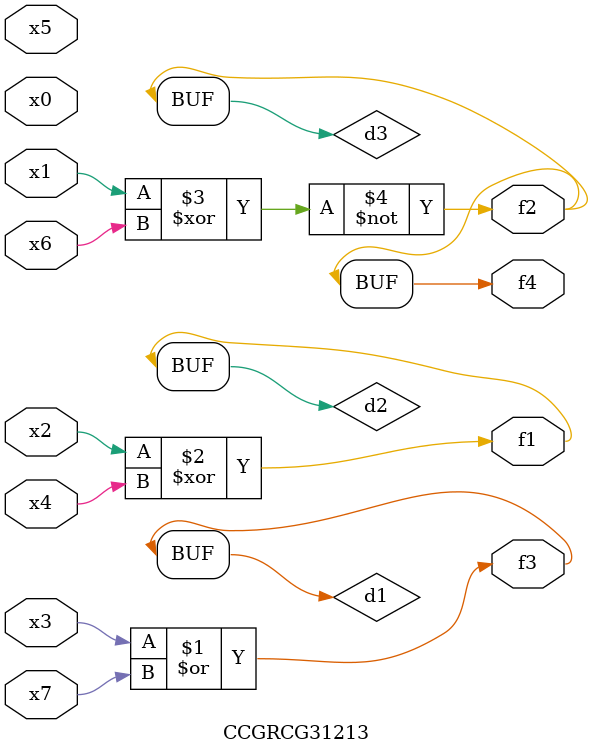
<source format=v>
module CCGRCG31213(
	input x0, x1, x2, x3, x4, x5, x6, x7,
	output f1, f2, f3, f4
);

	wire d1, d2, d3;

	or (d1, x3, x7);
	xor (d2, x2, x4);
	xnor (d3, x1, x6);
	assign f1 = d2;
	assign f2 = d3;
	assign f3 = d1;
	assign f4 = d3;
endmodule

</source>
